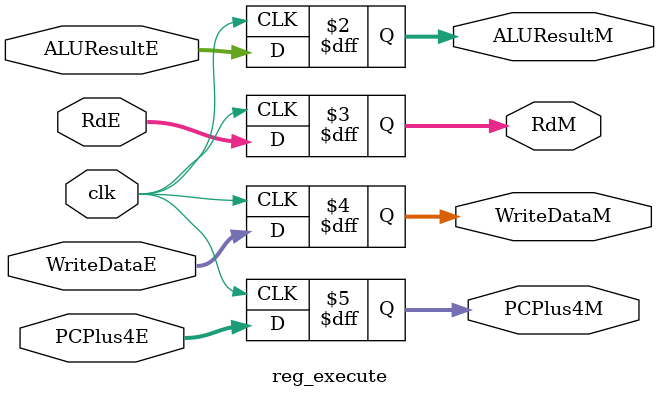
<source format=sv>
/*
	Function: Pipeline register between Datapath Execution and Memory Access Stage
*/

module reg_execute #(
    parameter DATA_WIDTH =32
)(  
    input logic                    clk,     
    input logic [DATA_WIDTH-1:0]   ALUResultE,
    input logic [4:0]              RdE,
    input logic [DATA_WIDTH-1:0]   WriteDataE,
    input logic [DATA_WIDTH-1:0]   PCPlus4E,
    
    output logic [DATA_WIDTH-1:0]   ALUResultM,
    output logic [4:0]              RdM,
    output logic [DATA_WIDTH-1:0]   WriteDataM,
    output logic [DATA_WIDTH-1:0]   PCPlus4M
);

    always_ff @(posedge clk) begin
        ALUResultM  <=      ALUResultE;
        RdM         <=      RdE;
        WriteDataM  <=      WriteDataE;
        PCPlus4M     <=      PCPlus4E;   
          
    end
      

endmodule

</source>
